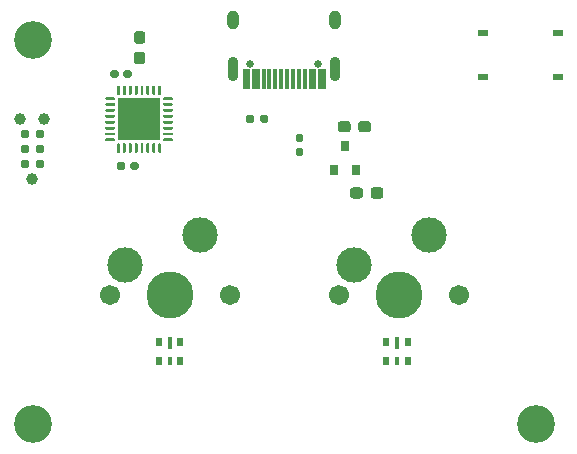
<source format=gts>
G04 #@! TF.GenerationSoftware,KiCad,Pcbnew,(5.1.10)-1*
G04 #@! TF.CreationDate,2021-08-08T15:57:29-07:00*
G04 #@! TF.ProjectId,twokey,74776f6b-6579-42e6-9b69-6361645f7063,rev?*
G04 #@! TF.SameCoordinates,Original*
G04 #@! TF.FileFunction,Soldermask,Top*
G04 #@! TF.FilePolarity,Negative*
%FSLAX46Y46*%
G04 Gerber Fmt 4.6, Leading zero omitted, Abs format (unit mm)*
G04 Created by KiCad (PCBNEW (5.1.10)-1) date 2021-08-08 15:57:29*
%MOMM*%
%LPD*%
G01*
G04 APERTURE LIST*
%ADD10C,0.787000*%
%ADD11C,0.991000*%
%ADD12R,3.600000X3.600000*%
%ADD13C,3.200000*%
%ADD14R,0.800000X0.900000*%
%ADD15R,0.600000X0.800000*%
%ADD16R,0.400000X0.800000*%
%ADD17R,0.400000X1.000000*%
%ADD18R,0.952500X0.558800*%
%ADD19O,1.000000X1.600000*%
%ADD20O,0.900000X2.100000*%
%ADD21C,0.650000*%
%ADD22R,0.300000X1.750000*%
%ADD23C,3.000000*%
%ADD24C,3.987800*%
%ADD25C,1.701800*%
G04 APERTURE END LIST*
G36*
G01*
X1140000Y7160000D02*
X1460000Y7160000D01*
G75*
G02*
X1620000Y7000000I0J-160000D01*
G01*
X1620000Y6605000D01*
G75*
G02*
X1460000Y6445000I-160000J0D01*
G01*
X1140000Y6445000D01*
G75*
G02*
X980000Y6605000I0J160000D01*
G01*
X980000Y7000000D01*
G75*
G02*
X1140000Y7160000I160000J0D01*
G01*
G37*
G36*
G01*
X1140000Y8355000D02*
X1460000Y8355000D01*
G75*
G02*
X1620000Y8195000I0J-160000D01*
G01*
X1620000Y7800000D01*
G75*
G02*
X1460000Y7640000I-160000J0D01*
G01*
X1140000Y7640000D01*
G75*
G02*
X980000Y7800000I0J160000D01*
G01*
X980000Y8195000D01*
G75*
G02*
X1140000Y8355000I160000J0D01*
G01*
G37*
D10*
X-20700000Y5800000D03*
X-20700000Y7070000D03*
X-20700000Y8340000D03*
X-21970000Y8340000D03*
X-21970000Y7070000D03*
X-21970000Y5800000D03*
D11*
X-21335000Y4530000D03*
X-22350000Y9610000D03*
X-20320000Y9610000D03*
G36*
G01*
X-1347500Y9760000D02*
X-1347500Y9440000D01*
G75*
G02*
X-1507500Y9280000I-160000J0D01*
G01*
X-1902500Y9280000D01*
G75*
G02*
X-2062500Y9440000I0J160000D01*
G01*
X-2062500Y9760000D01*
G75*
G02*
X-1902500Y9920000I160000J0D01*
G01*
X-1507500Y9920000D01*
G75*
G02*
X-1347500Y9760000I0J-160000D01*
G01*
G37*
G36*
G01*
X-2542500Y9760000D02*
X-2542500Y9440000D01*
G75*
G02*
X-2702500Y9280000I-160000J0D01*
G01*
X-3097500Y9280000D01*
G75*
G02*
X-3257500Y9440000I0J160000D01*
G01*
X-3257500Y9760000D01*
G75*
G02*
X-3097500Y9920000I160000J0D01*
G01*
X-2702500Y9920000D01*
G75*
G02*
X-2542500Y9760000I0J-160000D01*
G01*
G37*
G36*
G01*
X-15143600Y11263300D02*
X-15143600Y11388300D01*
G75*
G02*
X-15081100Y11450800I62500J0D01*
G01*
X-14406100Y11450800D01*
G75*
G02*
X-14343600Y11388300I0J-62500D01*
G01*
X-14343600Y11263300D01*
G75*
G02*
X-14406100Y11200800I-62500J0D01*
G01*
X-15081100Y11200800D01*
G75*
G02*
X-15143600Y11263300I0J62500D01*
G01*
G37*
G36*
G01*
X-15143600Y10763300D02*
X-15143600Y10888300D01*
G75*
G02*
X-15081100Y10950800I62500J0D01*
G01*
X-14406100Y10950800D01*
G75*
G02*
X-14343600Y10888300I0J-62500D01*
G01*
X-14343600Y10763300D01*
G75*
G02*
X-14406100Y10700800I-62500J0D01*
G01*
X-15081100Y10700800D01*
G75*
G02*
X-15143600Y10763300I0J62500D01*
G01*
G37*
G36*
G01*
X-15143600Y10263300D02*
X-15143600Y10388300D01*
G75*
G02*
X-15081100Y10450800I62500J0D01*
G01*
X-14406100Y10450800D01*
G75*
G02*
X-14343600Y10388300I0J-62500D01*
G01*
X-14343600Y10263300D01*
G75*
G02*
X-14406100Y10200800I-62500J0D01*
G01*
X-15081100Y10200800D01*
G75*
G02*
X-15143600Y10263300I0J62500D01*
G01*
G37*
G36*
G01*
X-15143600Y9763300D02*
X-15143600Y9888300D01*
G75*
G02*
X-15081100Y9950800I62500J0D01*
G01*
X-14406100Y9950800D01*
G75*
G02*
X-14343600Y9888300I0J-62500D01*
G01*
X-14343600Y9763300D01*
G75*
G02*
X-14406100Y9700800I-62500J0D01*
G01*
X-15081100Y9700800D01*
G75*
G02*
X-15143600Y9763300I0J62500D01*
G01*
G37*
G36*
G01*
X-15143600Y9263300D02*
X-15143600Y9388300D01*
G75*
G02*
X-15081100Y9450800I62500J0D01*
G01*
X-14406100Y9450800D01*
G75*
G02*
X-14343600Y9388300I0J-62500D01*
G01*
X-14343600Y9263300D01*
G75*
G02*
X-14406100Y9200800I-62500J0D01*
G01*
X-15081100Y9200800D01*
G75*
G02*
X-15143600Y9263300I0J62500D01*
G01*
G37*
G36*
G01*
X-15143600Y8763300D02*
X-15143600Y8888300D01*
G75*
G02*
X-15081100Y8950800I62500J0D01*
G01*
X-14406100Y8950800D01*
G75*
G02*
X-14343600Y8888300I0J-62500D01*
G01*
X-14343600Y8763300D01*
G75*
G02*
X-14406100Y8700800I-62500J0D01*
G01*
X-15081100Y8700800D01*
G75*
G02*
X-15143600Y8763300I0J62500D01*
G01*
G37*
G36*
G01*
X-15143600Y8263300D02*
X-15143600Y8388300D01*
G75*
G02*
X-15081100Y8450800I62500J0D01*
G01*
X-14406100Y8450800D01*
G75*
G02*
X-14343600Y8388300I0J-62500D01*
G01*
X-14343600Y8263300D01*
G75*
G02*
X-14406100Y8200800I-62500J0D01*
G01*
X-15081100Y8200800D01*
G75*
G02*
X-15143600Y8263300I0J62500D01*
G01*
G37*
G36*
G01*
X-15143600Y7763300D02*
X-15143600Y7888300D01*
G75*
G02*
X-15081100Y7950800I62500J0D01*
G01*
X-14406100Y7950800D01*
G75*
G02*
X-14343600Y7888300I0J-62500D01*
G01*
X-14343600Y7763300D01*
G75*
G02*
X-14406100Y7700800I-62500J0D01*
G01*
X-15081100Y7700800D01*
G75*
G02*
X-15143600Y7763300I0J62500D01*
G01*
G37*
G36*
G01*
X-14168600Y6788300D02*
X-14168600Y7463300D01*
G75*
G02*
X-14106100Y7525800I62500J0D01*
G01*
X-13981100Y7525800D01*
G75*
G02*
X-13918600Y7463300I0J-62500D01*
G01*
X-13918600Y6788300D01*
G75*
G02*
X-13981100Y6725800I-62500J0D01*
G01*
X-14106100Y6725800D01*
G75*
G02*
X-14168600Y6788300I0J62500D01*
G01*
G37*
G36*
G01*
X-13668600Y6788300D02*
X-13668600Y7463300D01*
G75*
G02*
X-13606100Y7525800I62500J0D01*
G01*
X-13481100Y7525800D01*
G75*
G02*
X-13418600Y7463300I0J-62500D01*
G01*
X-13418600Y6788300D01*
G75*
G02*
X-13481100Y6725800I-62500J0D01*
G01*
X-13606100Y6725800D01*
G75*
G02*
X-13668600Y6788300I0J62500D01*
G01*
G37*
G36*
G01*
X-13168600Y6788300D02*
X-13168600Y7463300D01*
G75*
G02*
X-13106100Y7525800I62500J0D01*
G01*
X-12981100Y7525800D01*
G75*
G02*
X-12918600Y7463300I0J-62500D01*
G01*
X-12918600Y6788300D01*
G75*
G02*
X-12981100Y6725800I-62500J0D01*
G01*
X-13106100Y6725800D01*
G75*
G02*
X-13168600Y6788300I0J62500D01*
G01*
G37*
G36*
G01*
X-12668600Y6788300D02*
X-12668600Y7463300D01*
G75*
G02*
X-12606100Y7525800I62500J0D01*
G01*
X-12481100Y7525800D01*
G75*
G02*
X-12418600Y7463300I0J-62500D01*
G01*
X-12418600Y6788300D01*
G75*
G02*
X-12481100Y6725800I-62500J0D01*
G01*
X-12606100Y6725800D01*
G75*
G02*
X-12668600Y6788300I0J62500D01*
G01*
G37*
G36*
G01*
X-12168600Y6788300D02*
X-12168600Y7463300D01*
G75*
G02*
X-12106100Y7525800I62500J0D01*
G01*
X-11981100Y7525800D01*
G75*
G02*
X-11918600Y7463300I0J-62500D01*
G01*
X-11918600Y6788300D01*
G75*
G02*
X-11981100Y6725800I-62500J0D01*
G01*
X-12106100Y6725800D01*
G75*
G02*
X-12168600Y6788300I0J62500D01*
G01*
G37*
G36*
G01*
X-11668600Y6788300D02*
X-11668600Y7463300D01*
G75*
G02*
X-11606100Y7525800I62500J0D01*
G01*
X-11481100Y7525800D01*
G75*
G02*
X-11418600Y7463300I0J-62500D01*
G01*
X-11418600Y6788300D01*
G75*
G02*
X-11481100Y6725800I-62500J0D01*
G01*
X-11606100Y6725800D01*
G75*
G02*
X-11668600Y6788300I0J62500D01*
G01*
G37*
G36*
G01*
X-11168600Y6788300D02*
X-11168600Y7463300D01*
G75*
G02*
X-11106100Y7525800I62500J0D01*
G01*
X-10981100Y7525800D01*
G75*
G02*
X-10918600Y7463300I0J-62500D01*
G01*
X-10918600Y6788300D01*
G75*
G02*
X-10981100Y6725800I-62500J0D01*
G01*
X-11106100Y6725800D01*
G75*
G02*
X-11168600Y6788300I0J62500D01*
G01*
G37*
G36*
G01*
X-10668600Y6788300D02*
X-10668600Y7463300D01*
G75*
G02*
X-10606100Y7525800I62500J0D01*
G01*
X-10481100Y7525800D01*
G75*
G02*
X-10418600Y7463300I0J-62500D01*
G01*
X-10418600Y6788300D01*
G75*
G02*
X-10481100Y6725800I-62500J0D01*
G01*
X-10606100Y6725800D01*
G75*
G02*
X-10668600Y6788300I0J62500D01*
G01*
G37*
G36*
G01*
X-10243600Y7763300D02*
X-10243600Y7888300D01*
G75*
G02*
X-10181100Y7950800I62500J0D01*
G01*
X-9506100Y7950800D01*
G75*
G02*
X-9443600Y7888300I0J-62500D01*
G01*
X-9443600Y7763300D01*
G75*
G02*
X-9506100Y7700800I-62500J0D01*
G01*
X-10181100Y7700800D01*
G75*
G02*
X-10243600Y7763300I0J62500D01*
G01*
G37*
G36*
G01*
X-10243600Y8263300D02*
X-10243600Y8388300D01*
G75*
G02*
X-10181100Y8450800I62500J0D01*
G01*
X-9506100Y8450800D01*
G75*
G02*
X-9443600Y8388300I0J-62500D01*
G01*
X-9443600Y8263300D01*
G75*
G02*
X-9506100Y8200800I-62500J0D01*
G01*
X-10181100Y8200800D01*
G75*
G02*
X-10243600Y8263300I0J62500D01*
G01*
G37*
G36*
G01*
X-10243600Y8763300D02*
X-10243600Y8888300D01*
G75*
G02*
X-10181100Y8950800I62500J0D01*
G01*
X-9506100Y8950800D01*
G75*
G02*
X-9443600Y8888300I0J-62500D01*
G01*
X-9443600Y8763300D01*
G75*
G02*
X-9506100Y8700800I-62500J0D01*
G01*
X-10181100Y8700800D01*
G75*
G02*
X-10243600Y8763300I0J62500D01*
G01*
G37*
G36*
G01*
X-10243600Y9263300D02*
X-10243600Y9388300D01*
G75*
G02*
X-10181100Y9450800I62500J0D01*
G01*
X-9506100Y9450800D01*
G75*
G02*
X-9443600Y9388300I0J-62500D01*
G01*
X-9443600Y9263300D01*
G75*
G02*
X-9506100Y9200800I-62500J0D01*
G01*
X-10181100Y9200800D01*
G75*
G02*
X-10243600Y9263300I0J62500D01*
G01*
G37*
G36*
G01*
X-10243600Y9763300D02*
X-10243600Y9888300D01*
G75*
G02*
X-10181100Y9950800I62500J0D01*
G01*
X-9506100Y9950800D01*
G75*
G02*
X-9443600Y9888300I0J-62500D01*
G01*
X-9443600Y9763300D01*
G75*
G02*
X-9506100Y9700800I-62500J0D01*
G01*
X-10181100Y9700800D01*
G75*
G02*
X-10243600Y9763300I0J62500D01*
G01*
G37*
G36*
G01*
X-10243600Y10263300D02*
X-10243600Y10388300D01*
G75*
G02*
X-10181100Y10450800I62500J0D01*
G01*
X-9506100Y10450800D01*
G75*
G02*
X-9443600Y10388300I0J-62500D01*
G01*
X-9443600Y10263300D01*
G75*
G02*
X-9506100Y10200800I-62500J0D01*
G01*
X-10181100Y10200800D01*
G75*
G02*
X-10243600Y10263300I0J62500D01*
G01*
G37*
G36*
G01*
X-10243600Y10763300D02*
X-10243600Y10888300D01*
G75*
G02*
X-10181100Y10950800I62500J0D01*
G01*
X-9506100Y10950800D01*
G75*
G02*
X-9443600Y10888300I0J-62500D01*
G01*
X-9443600Y10763300D01*
G75*
G02*
X-9506100Y10700800I-62500J0D01*
G01*
X-10181100Y10700800D01*
G75*
G02*
X-10243600Y10763300I0J62500D01*
G01*
G37*
G36*
G01*
X-10243600Y11263300D02*
X-10243600Y11388300D01*
G75*
G02*
X-10181100Y11450800I62500J0D01*
G01*
X-9506100Y11450800D01*
G75*
G02*
X-9443600Y11388300I0J-62500D01*
G01*
X-9443600Y11263300D01*
G75*
G02*
X-9506100Y11200800I-62500J0D01*
G01*
X-10181100Y11200800D01*
G75*
G02*
X-10243600Y11263300I0J62500D01*
G01*
G37*
G36*
G01*
X-10668600Y11688300D02*
X-10668600Y12363300D01*
G75*
G02*
X-10606100Y12425800I62500J0D01*
G01*
X-10481100Y12425800D01*
G75*
G02*
X-10418600Y12363300I0J-62500D01*
G01*
X-10418600Y11688300D01*
G75*
G02*
X-10481100Y11625800I-62500J0D01*
G01*
X-10606100Y11625800D01*
G75*
G02*
X-10668600Y11688300I0J62500D01*
G01*
G37*
G36*
G01*
X-11168600Y11688300D02*
X-11168600Y12363300D01*
G75*
G02*
X-11106100Y12425800I62500J0D01*
G01*
X-10981100Y12425800D01*
G75*
G02*
X-10918600Y12363300I0J-62500D01*
G01*
X-10918600Y11688300D01*
G75*
G02*
X-10981100Y11625800I-62500J0D01*
G01*
X-11106100Y11625800D01*
G75*
G02*
X-11168600Y11688300I0J62500D01*
G01*
G37*
G36*
G01*
X-11668600Y11688300D02*
X-11668600Y12363300D01*
G75*
G02*
X-11606100Y12425800I62500J0D01*
G01*
X-11481100Y12425800D01*
G75*
G02*
X-11418600Y12363300I0J-62500D01*
G01*
X-11418600Y11688300D01*
G75*
G02*
X-11481100Y11625800I-62500J0D01*
G01*
X-11606100Y11625800D01*
G75*
G02*
X-11668600Y11688300I0J62500D01*
G01*
G37*
G36*
G01*
X-12168600Y11688300D02*
X-12168600Y12363300D01*
G75*
G02*
X-12106100Y12425800I62500J0D01*
G01*
X-11981100Y12425800D01*
G75*
G02*
X-11918600Y12363300I0J-62500D01*
G01*
X-11918600Y11688300D01*
G75*
G02*
X-11981100Y11625800I-62500J0D01*
G01*
X-12106100Y11625800D01*
G75*
G02*
X-12168600Y11688300I0J62500D01*
G01*
G37*
G36*
G01*
X-12668600Y11688300D02*
X-12668600Y12363300D01*
G75*
G02*
X-12606100Y12425800I62500J0D01*
G01*
X-12481100Y12425800D01*
G75*
G02*
X-12418600Y12363300I0J-62500D01*
G01*
X-12418600Y11688300D01*
G75*
G02*
X-12481100Y11625800I-62500J0D01*
G01*
X-12606100Y11625800D01*
G75*
G02*
X-12668600Y11688300I0J62500D01*
G01*
G37*
G36*
G01*
X-13168600Y11688300D02*
X-13168600Y12363300D01*
G75*
G02*
X-13106100Y12425800I62500J0D01*
G01*
X-12981100Y12425800D01*
G75*
G02*
X-12918600Y12363300I0J-62500D01*
G01*
X-12918600Y11688300D01*
G75*
G02*
X-12981100Y11625800I-62500J0D01*
G01*
X-13106100Y11625800D01*
G75*
G02*
X-13168600Y11688300I0J62500D01*
G01*
G37*
G36*
G01*
X-13668600Y11688300D02*
X-13668600Y12363300D01*
G75*
G02*
X-13606100Y12425800I62500J0D01*
G01*
X-13481100Y12425800D01*
G75*
G02*
X-13418600Y12363300I0J-62500D01*
G01*
X-13418600Y11688300D01*
G75*
G02*
X-13481100Y11625800I-62500J0D01*
G01*
X-13606100Y11625800D01*
G75*
G02*
X-13668600Y11688300I0J62500D01*
G01*
G37*
G36*
G01*
X-14168600Y11688300D02*
X-14168600Y12363300D01*
G75*
G02*
X-14106100Y12425800I62500J0D01*
G01*
X-13981100Y12425800D01*
G75*
G02*
X-13918600Y12363300I0J-62500D01*
G01*
X-13918600Y11688300D01*
G75*
G02*
X-13981100Y11625800I-62500J0D01*
G01*
X-14106100Y11625800D01*
G75*
G02*
X-14168600Y11688300I0J62500D01*
G01*
G37*
D12*
X-12293600Y9575800D03*
D13*
X-21300000Y16250000D03*
X-21300000Y-16250000D03*
X21300000Y-16250000D03*
D14*
X4180800Y5283200D03*
X6080800Y5283200D03*
X5130800Y7283200D03*
D15*
X8650000Y-10900000D03*
D16*
X9550000Y-10900000D03*
D15*
X10450000Y-10900000D03*
X8650000Y-9300000D03*
D17*
X9550000Y-9400000D03*
D15*
X10450000Y-9300000D03*
X-8800000Y-9300000D03*
D17*
X-9700000Y-9400000D03*
D15*
X-10600000Y-9300000D03*
X-8800000Y-10900000D03*
D16*
X-9700000Y-10900000D03*
D15*
X-10600000Y-10900000D03*
D18*
X16818650Y16854200D03*
X16818650Y13145800D03*
X23181350Y13145800D03*
X23181350Y16854200D03*
G36*
G01*
X-12005300Y14234800D02*
X-12480300Y14234800D01*
G75*
G02*
X-12717800Y14472300I0J237500D01*
G01*
X-12717800Y15072300D01*
G75*
G02*
X-12480300Y15309800I237500J0D01*
G01*
X-12005300Y15309800D01*
G75*
G02*
X-11767800Y15072300I0J-237500D01*
G01*
X-11767800Y14472300D01*
G75*
G02*
X-12005300Y14234800I-237500J0D01*
G01*
G37*
G36*
G01*
X-12005300Y15959800D02*
X-12480300Y15959800D01*
G75*
G02*
X-12717800Y16197300I0J237500D01*
G01*
X-12717800Y16797300D01*
G75*
G02*
X-12480300Y17034800I237500J0D01*
G01*
X-12005300Y17034800D01*
G75*
G02*
X-11767800Y16797300I0J-237500D01*
G01*
X-11767800Y16197300D01*
G75*
G02*
X-12005300Y15959800I-237500J0D01*
G01*
G37*
G36*
G01*
X-12891300Y13566200D02*
X-12891300Y13256200D01*
G75*
G02*
X-13046300Y13101200I-155000J0D01*
G01*
X-13471300Y13101200D01*
G75*
G02*
X-13626300Y13256200I0J155000D01*
G01*
X-13626300Y13566200D01*
G75*
G02*
X-13471300Y13721200I155000J0D01*
G01*
X-13046300Y13721200D01*
G75*
G02*
X-12891300Y13566200I0J-155000D01*
G01*
G37*
G36*
G01*
X-14026300Y13566200D02*
X-14026300Y13256200D01*
G75*
G02*
X-14181300Y13101200I-155000J0D01*
G01*
X-14606300Y13101200D01*
G75*
G02*
X-14761300Y13256200I0J155000D01*
G01*
X-14761300Y13566200D01*
G75*
G02*
X-14606300Y13721200I155000J0D01*
G01*
X-14181300Y13721200D01*
G75*
G02*
X-14026300Y13566200I0J-155000D01*
G01*
G37*
G36*
G01*
X-13050100Y5458400D02*
X-13050100Y5768400D01*
G75*
G02*
X-12895100Y5923400I155000J0D01*
G01*
X-12470100Y5923400D01*
G75*
G02*
X-12315100Y5768400I0J-155000D01*
G01*
X-12315100Y5458400D01*
G75*
G02*
X-12470100Y5303400I-155000J0D01*
G01*
X-12895100Y5303400D01*
G75*
G02*
X-13050100Y5458400I0J155000D01*
G01*
G37*
G36*
G01*
X-14185100Y5458400D02*
X-14185100Y5768400D01*
G75*
G02*
X-14030100Y5923400I155000J0D01*
G01*
X-13605100Y5923400D01*
G75*
G02*
X-13450100Y5768400I0J-155000D01*
G01*
X-13450100Y5458400D01*
G75*
G02*
X-13605100Y5303400I-155000J0D01*
G01*
X-14030100Y5303400D01*
G75*
G02*
X-14185100Y5458400I0J155000D01*
G01*
G37*
G36*
G01*
X4542500Y8703300D02*
X4542500Y9178300D01*
G75*
G02*
X4780000Y9415800I237500J0D01*
G01*
X5380000Y9415800D01*
G75*
G02*
X5617500Y9178300I0J-237500D01*
G01*
X5617500Y8703300D01*
G75*
G02*
X5380000Y8465800I-237500J0D01*
G01*
X4780000Y8465800D01*
G75*
G02*
X4542500Y8703300I0J237500D01*
G01*
G37*
G36*
G01*
X6267500Y8703300D02*
X6267500Y9178300D01*
G75*
G02*
X6505000Y9415800I237500J0D01*
G01*
X7105000Y9415800D01*
G75*
G02*
X7342500Y9178300I0J-237500D01*
G01*
X7342500Y8703300D01*
G75*
G02*
X7105000Y8465800I-237500J0D01*
G01*
X6505000Y8465800D01*
G75*
G02*
X6267500Y8703300I0J237500D01*
G01*
G37*
G36*
G01*
X7310000Y3089900D02*
X7310000Y3564900D01*
G75*
G02*
X7547500Y3802400I237500J0D01*
G01*
X8147500Y3802400D01*
G75*
G02*
X8385000Y3564900I0J-237500D01*
G01*
X8385000Y3089900D01*
G75*
G02*
X8147500Y2852400I-237500J0D01*
G01*
X7547500Y2852400D01*
G75*
G02*
X7310000Y3089900I0J237500D01*
G01*
G37*
G36*
G01*
X5585000Y3089900D02*
X5585000Y3564900D01*
G75*
G02*
X5822500Y3802400I237500J0D01*
G01*
X6422500Y3802400D01*
G75*
G02*
X6660000Y3564900I0J-237500D01*
G01*
X6660000Y3089900D01*
G75*
G02*
X6422500Y2852400I-237500J0D01*
G01*
X5822500Y2852400D01*
G75*
G02*
X5585000Y3089900I0J237500D01*
G01*
G37*
D19*
X4320000Y17970000D03*
X-4320000Y17970000D03*
D20*
X4320000Y13790000D03*
X-4320000Y13790000D03*
D21*
X2890000Y14290000D03*
X-2890000Y14290000D03*
D22*
X-250000Y12950000D03*
X-750000Y12950000D03*
X-1250000Y12950000D03*
X-1750000Y12950000D03*
X750000Y12950000D03*
X1750000Y12950000D03*
X1250000Y12950000D03*
X250000Y12950000D03*
X3350000Y12950000D03*
X3050000Y12950000D03*
X2550000Y12950000D03*
X2250000Y12950000D03*
X-2550000Y12950000D03*
X-2250000Y12950000D03*
X-3050000Y12950000D03*
X-3350000Y12950000D03*
D23*
X12240000Y-220000D03*
X5890000Y-2760000D03*
D24*
X9700000Y-5300000D03*
D25*
X14780000Y-5300000D03*
X4620000Y-5300000D03*
X-14780000Y-5300000D03*
X-4620000Y-5300000D03*
D24*
X-9700000Y-5300000D03*
D23*
X-13510000Y-2760000D03*
X-7160000Y-220000D03*
M02*

</source>
